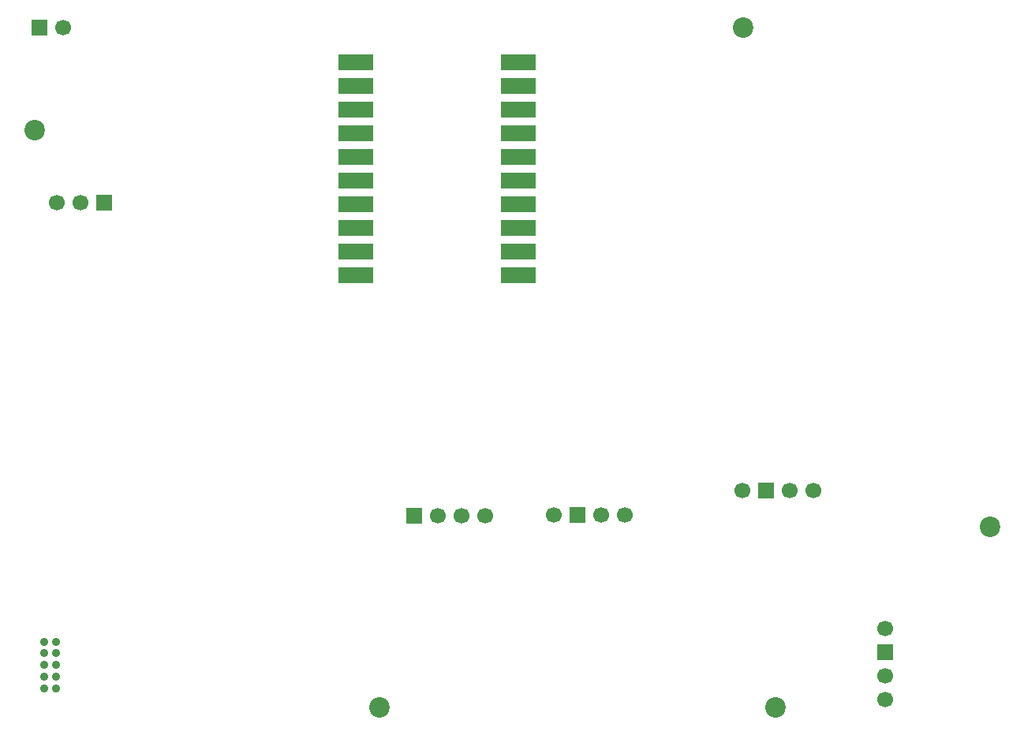
<source format=gbs>
%TF.GenerationSoftware,KiCad,Pcbnew,9.0.5*%
%TF.CreationDate,2025-11-19T18:58:22+01:00*%
%TF.ProjectId,aeris,61657269-732e-46b6-9963-61645f706362,rev?*%
%TF.SameCoordinates,Original*%
%TF.FileFunction,Soldermask,Bot*%
%TF.FilePolarity,Negative*%
%FSLAX46Y46*%
G04 Gerber Fmt 4.6, Leading zero omitted, Abs format (unit mm)*
G04 Created by KiCad (PCBNEW 9.0.5) date 2025-11-19 18:58:22*
%MOMM*%
%LPD*%
G01*
G04 APERTURE LIST*
%ADD10R,3.700000X1.700000*%
%ADD11C,1.700000*%
%ADD12R,1.700000X1.700000*%
%ADD13C,2.200000*%
%ADD14C,0.900000*%
G04 APERTURE END LIST*
D10*
%TO.C,U1*%
X91400000Y-58620000D03*
X91400000Y-56080000D03*
X91400000Y-53540000D03*
X91400000Y-51000000D03*
X91400000Y-48460000D03*
X91400000Y-45920000D03*
X91400000Y-43380000D03*
X91400000Y-40840000D03*
X91400000Y-38300000D03*
X91400000Y-35760000D03*
X73950000Y-58620000D03*
X73950000Y-56080000D03*
X73950000Y-53540000D03*
X73950000Y-51000000D03*
X73950000Y-48460000D03*
X73950000Y-45920000D03*
X73950000Y-43380000D03*
X73950000Y-40840000D03*
X73950000Y-38300000D03*
X73950000Y-35760000D03*
%TD*%
D11*
%TO.C,J4*%
X95220000Y-84380000D03*
D12*
X97760000Y-84380000D03*
D11*
X100300000Y-84380000D03*
X102840000Y-84380000D03*
%TD*%
D13*
%TO.C,H3*%
X39500000Y-43000000D03*
%TD*%
D12*
%TO.C,J7*%
X46990000Y-50800000D03*
D11*
X44450000Y-50800000D03*
X41910000Y-50800000D03*
%TD*%
D13*
%TO.C,H1*%
X119000000Y-105000000D03*
%TD*%
D12*
%TO.C,J6*%
X40000000Y-32000000D03*
D11*
X42540000Y-32000000D03*
%TD*%
D13*
%TO.C,H5*%
X76500000Y-105000000D03*
%TD*%
D11*
%TO.C,J2*%
X130810000Y-96520000D03*
D12*
X130810000Y-99060000D03*
D11*
X130810000Y-101600000D03*
X130810000Y-104140000D03*
%TD*%
%TO.C,J5*%
X115460000Y-81730000D03*
D12*
X118000000Y-81730000D03*
D11*
X120540000Y-81730000D03*
X123080000Y-81730000D03*
%TD*%
D13*
%TO.C,H2*%
X142000000Y-85630000D03*
%TD*%
%TO.C,H4*%
X115500000Y-32000000D03*
%TD*%
D11*
%TO.C,J3*%
X87860000Y-84420000D03*
X85320000Y-84420000D03*
X82780000Y-84420000D03*
D12*
X80240000Y-84420000D03*
%TD*%
D14*
%TO.C,J1*%
X40515000Y-102950000D03*
X41765000Y-102950000D03*
X40515000Y-101700000D03*
X41765000Y-101700000D03*
X40515000Y-100450000D03*
X41765000Y-100450000D03*
X40515000Y-99200000D03*
X41765000Y-99200000D03*
X40515000Y-97950000D03*
X41765000Y-97950000D03*
%TD*%
M02*

</source>
